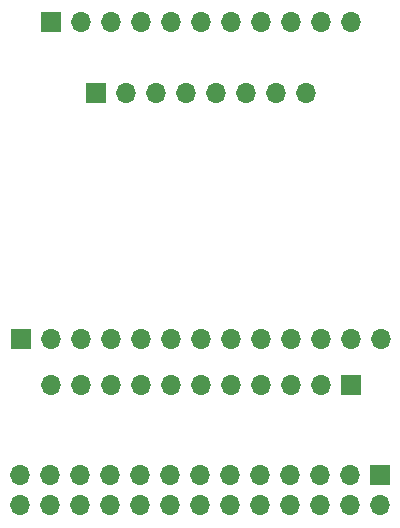
<source format=gbr>
G04 #@! TF.GenerationSoftware,KiCad,Pcbnew,(5.1.9)-1*
G04 #@! TF.CreationDate,2021-02-23T10:55:24+09:00*
G04 #@! TF.ProjectId,screens,73637265-656e-4732-9e6b-696361645f70,rev?*
G04 #@! TF.SameCoordinates,Original*
G04 #@! TF.FileFunction,Soldermask,Top*
G04 #@! TF.FilePolarity,Negative*
%FSLAX46Y46*%
G04 Gerber Fmt 4.6, Leading zero omitted, Abs format (unit mm)*
G04 Created by KiCad (PCBNEW (5.1.9)-1) date 2021-02-23 10:55:24*
%MOMM*%
%LPD*%
G01*
G04 APERTURE LIST*
%ADD10O,1.700000X1.700000*%
%ADD11R,1.700000X1.700000*%
G04 APERTURE END LIST*
D10*
X27686000Y-67818000D03*
X27686000Y-65278000D03*
X30226000Y-67818000D03*
X30226000Y-65278000D03*
X32766000Y-67818000D03*
X32766000Y-65278000D03*
X35306000Y-67818000D03*
X35306000Y-65278000D03*
X37846000Y-67818000D03*
X37846000Y-65278000D03*
X40386000Y-67818000D03*
X40386000Y-65278000D03*
X42926000Y-67818000D03*
X42926000Y-65278000D03*
X45466000Y-67818000D03*
X45466000Y-65278000D03*
X48006000Y-67818000D03*
X48006000Y-65278000D03*
X50546000Y-67818000D03*
X50546000Y-65278000D03*
X53086000Y-67818000D03*
X53086000Y-65278000D03*
X55626000Y-67818000D03*
X55626000Y-65278000D03*
X58166000Y-67818000D03*
D11*
X58166000Y-65278000D03*
X55753000Y-57658000D03*
D10*
X53213000Y-57658000D03*
X50673000Y-57658000D03*
X48133000Y-57658000D03*
X45593000Y-57658000D03*
X43053000Y-57658000D03*
X40513000Y-57658000D03*
X37973000Y-57658000D03*
X35433000Y-57658000D03*
X32893000Y-57658000D03*
X30353000Y-57658000D03*
D11*
X30353000Y-26924000D03*
D10*
X32893000Y-26924000D03*
X35433000Y-26924000D03*
X37973000Y-26924000D03*
X40513000Y-26924000D03*
X43053000Y-26924000D03*
X45593000Y-26924000D03*
X48133000Y-26924000D03*
X50673000Y-26924000D03*
X53213000Y-26924000D03*
X55753000Y-26924000D03*
D11*
X27813000Y-53721000D03*
D10*
X30353000Y-53721000D03*
X32893000Y-53721000D03*
X35433000Y-53721000D03*
X37973000Y-53721000D03*
X40513000Y-53721000D03*
X43053000Y-53721000D03*
X45593000Y-53721000D03*
X48133000Y-53721000D03*
X50673000Y-53721000D03*
X53213000Y-53721000D03*
X55753000Y-53721000D03*
X58293000Y-53721000D03*
D11*
X34163000Y-32893000D03*
D10*
X36703000Y-32893000D03*
X39243000Y-32893000D03*
X41783000Y-32893000D03*
X44323000Y-32893000D03*
X46863000Y-32893000D03*
X49403000Y-32893000D03*
X51943000Y-32893000D03*
M02*

</source>
